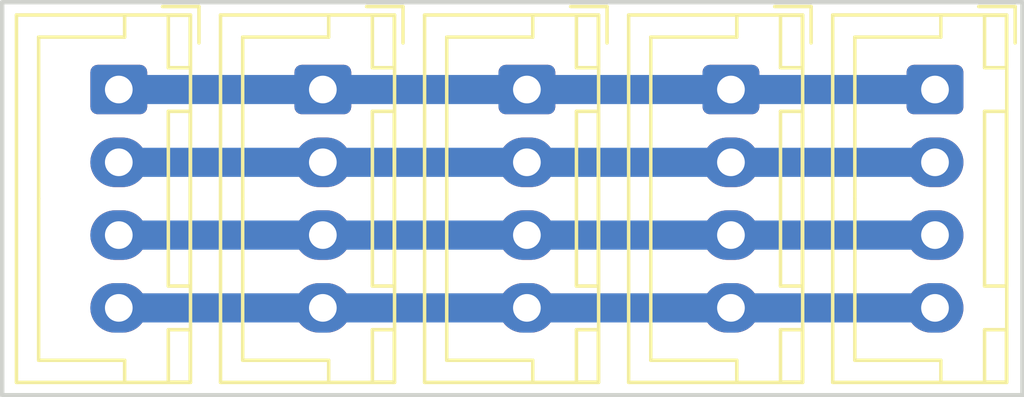
<source format=kicad_pcb>
(kicad_pcb (version 20171130) (host pcbnew "(5.1.9)-1")

  (general
    (thickness 1.6)
    (drawings 4)
    (tracks 13)
    (zones 0)
    (modules 5)
    (nets 5)
  )

  (page A4)
  (layers
    (0 F.Cu signal)
    (31 B.Cu signal)
    (32 B.Adhes user)
    (33 F.Adhes user)
    (34 B.Paste user)
    (35 F.Paste user)
    (36 B.SilkS user)
    (37 F.SilkS user)
    (38 B.Mask user)
    (39 F.Mask user)
    (40 Dwgs.User user)
    (41 Cmts.User user)
    (42 Eco1.User user)
    (43 Eco2.User user)
    (44 Edge.Cuts user)
    (45 Margin user)
    (46 B.CrtYd user)
    (47 F.CrtYd user)
    (48 B.Fab user hide)
    (49 F.Fab user hide)
  )

  (setup
    (last_trace_width 0.5)
    (trace_clearance 0.2)
    (zone_clearance 0.508)
    (zone_45_only no)
    (trace_min 0.2)
    (via_size 1)
    (via_drill 0.6)
    (via_min_size 0.4)
    (via_min_drill 0.3)
    (uvia_size 0.3)
    (uvia_drill 0.1)
    (uvias_allowed no)
    (uvia_min_size 0.2)
    (uvia_min_drill 0.1)
    (edge_width 0.05)
    (segment_width 0.2)
    (pcb_text_width 0.3)
    (pcb_text_size 1.5 1.5)
    (mod_edge_width 0.12)
    (mod_text_size 1 1)
    (mod_text_width 0.15)
    (pad_size 8.5 8.5)
    (pad_drill 4.3)
    (pad_to_mask_clearance 0.05)
    (aux_axis_origin 0 0)
    (visible_elements 7FFFFF7F)
    (pcbplotparams
      (layerselection 0x310fc_ffffffff)
      (usegerberextensions false)
      (usegerberattributes true)
      (usegerberadvancedattributes true)
      (creategerberjobfile true)
      (excludeedgelayer false)
      (linewidth 0.100000)
      (plotframeref false)
      (viasonmask false)
      (mode 1)
      (useauxorigin true)
      (hpglpennumber 1)
      (hpglpenspeed 20)
      (hpglpendiameter 15.000000)
      (psnegative false)
      (psa4output false)
      (plotreference true)
      (plotvalue true)
      (plotinvisibletext false)
      (padsonsilk true)
      (subtractmaskfromsilk false)
      (outputformat 1)
      (mirror false)
      (drillshape 0)
      (scaleselection 1)
      (outputdirectory "gerbers/"))
  )

  (net 0 "")
  (net 1 pin1)
  (net 2 pin2)
  (net 3 pin3)
  (net 4 pin4)

  (net_class Default "This is the default net class."
    (clearance 0.2)
    (trace_width 0.5)
    (via_dia 1)
    (via_drill 0.6)
    (uvia_dia 0.3)
    (uvia_drill 0.1)
  )

  (net_class fin ""
    (clearance 0.2)
    (trace_width 0.3)
    (via_dia 1)
    (via_drill 0.6)
    (uvia_dia 0.3)
    (uvia_drill 0.1)
  )

  (net_class gros ""
    (clearance 0.2)
    (trace_width 1)
    (via_dia 1)
    (via_drill 0.6)
    (uvia_dia 0.3)
    (uvia_drill 0.1)
    (add_net pin1)
    (add_net pin2)
    (add_net pin3)
    (add_net pin4)
  )

  (module Connector_JST:JST_XH_B4B-XH-A_1x04_P2.50mm_Vertical (layer F.Cu) (tedit 5C28146C) (tstamp 60C2362E)
    (at 149 125 270)
    (descr "JST XH series connector, B4B-XH-A (http://www.jst-mfg.com/product/pdf/eng/eXH.pdf), generated with kicad-footprint-generator")
    (tags "connector JST XH vertical")
    (path /5FC6D1B4/60C1DCDF)
    (fp_text reference J1 (at 3.75 -3.55 90) (layer F.SilkS) hide
      (effects (font (size 1 1) (thickness 0.15)))
    )
    (fp_text value Conn_01x04 (at 3.75 4.6 90) (layer F.Fab)
      (effects (font (size 1 1) (thickness 0.15)))
    )
    (fp_line (start -2.85 -2.75) (end -2.85 -1.5) (layer F.SilkS) (width 0.12))
    (fp_line (start -1.6 -2.75) (end -2.85 -2.75) (layer F.SilkS) (width 0.12))
    (fp_line (start 9.3 2.75) (end 3.75 2.75) (layer F.SilkS) (width 0.12))
    (fp_line (start 9.3 -0.2) (end 9.3 2.75) (layer F.SilkS) (width 0.12))
    (fp_line (start 10.05 -0.2) (end 9.3 -0.2) (layer F.SilkS) (width 0.12))
    (fp_line (start -1.8 2.75) (end 3.75 2.75) (layer F.SilkS) (width 0.12))
    (fp_line (start -1.8 -0.2) (end -1.8 2.75) (layer F.SilkS) (width 0.12))
    (fp_line (start -2.55 -0.2) (end -1.8 -0.2) (layer F.SilkS) (width 0.12))
    (fp_line (start 10.05 -2.45) (end 8.25 -2.45) (layer F.SilkS) (width 0.12))
    (fp_line (start 10.05 -1.7) (end 10.05 -2.45) (layer F.SilkS) (width 0.12))
    (fp_line (start 8.25 -1.7) (end 10.05 -1.7) (layer F.SilkS) (width 0.12))
    (fp_line (start 8.25 -2.45) (end 8.25 -1.7) (layer F.SilkS) (width 0.12))
    (fp_line (start -0.75 -2.45) (end -2.55 -2.45) (layer F.SilkS) (width 0.12))
    (fp_line (start -0.75 -1.7) (end -0.75 -2.45) (layer F.SilkS) (width 0.12))
    (fp_line (start -2.55 -1.7) (end -0.75 -1.7) (layer F.SilkS) (width 0.12))
    (fp_line (start -2.55 -2.45) (end -2.55 -1.7) (layer F.SilkS) (width 0.12))
    (fp_line (start 6.75 -2.45) (end 0.75 -2.45) (layer F.SilkS) (width 0.12))
    (fp_line (start 6.75 -1.7) (end 6.75 -2.45) (layer F.SilkS) (width 0.12))
    (fp_line (start 0.75 -1.7) (end 6.75 -1.7) (layer F.SilkS) (width 0.12))
    (fp_line (start 0.75 -2.45) (end 0.75 -1.7) (layer F.SilkS) (width 0.12))
    (fp_line (start 0 -1.35) (end 0.625 -2.35) (layer F.Fab) (width 0.1))
    (fp_line (start -0.625 -2.35) (end 0 -1.35) (layer F.Fab) (width 0.1))
    (fp_line (start 10.45 -2.85) (end -2.95 -2.85) (layer F.CrtYd) (width 0.05))
    (fp_line (start 10.45 3.9) (end 10.45 -2.85) (layer F.CrtYd) (width 0.05))
    (fp_line (start -2.95 3.9) (end 10.45 3.9) (layer F.CrtYd) (width 0.05))
    (fp_line (start -2.95 -2.85) (end -2.95 3.9) (layer F.CrtYd) (width 0.05))
    (fp_line (start 10.06 -2.46) (end -2.56 -2.46) (layer F.SilkS) (width 0.12))
    (fp_line (start 10.06 3.51) (end 10.06 -2.46) (layer F.SilkS) (width 0.12))
    (fp_line (start -2.56 3.51) (end 10.06 3.51) (layer F.SilkS) (width 0.12))
    (fp_line (start -2.56 -2.46) (end -2.56 3.51) (layer F.SilkS) (width 0.12))
    (fp_line (start 9.95 -2.35) (end -2.45 -2.35) (layer F.Fab) (width 0.1))
    (fp_line (start 9.95 3.4) (end 9.95 -2.35) (layer F.Fab) (width 0.1))
    (fp_line (start -2.45 3.4) (end 9.95 3.4) (layer F.Fab) (width 0.1))
    (fp_line (start -2.45 -2.35) (end -2.45 3.4) (layer F.Fab) (width 0.1))
    (fp_text user %R (at 3.75 2.7 90) (layer F.Fab)
      (effects (font (size 1 1) (thickness 0.15)))
    )
    (pad 1 thru_hole roundrect (at 0 0 270) (size 1.7 1.95) (drill 0.95) (layers *.Cu *.Mask) (roundrect_rratio 0.147059)
      (net 1 pin1))
    (pad 2 thru_hole oval (at 2.5 0 270) (size 1.7 1.95) (drill 0.95) (layers *.Cu *.Mask)
      (net 2 pin2))
    (pad 3 thru_hole oval (at 5 0 270) (size 1.7 1.95) (drill 0.95) (layers *.Cu *.Mask)
      (net 3 pin3))
    (pad 4 thru_hole oval (at 7.5 0 270) (size 1.7 1.95) (drill 0.95) (layers *.Cu *.Mask)
      (net 4 pin4))
    (model ${KISYS3DMOD}/Connector_JST.3dshapes/JST_XH_B4B-XH-A_1x04_P2.50mm_Vertical.wrl
      (at (xyz 0 0 0))
      (scale (xyz 1 1 1))
      (rotate (xyz 0 0 0))
    )
  )

  (module Connector_JST:JST_XH_B4B-XH-A_1x04_P2.50mm_Vertical (layer F.Cu) (tedit 5C28146C) (tstamp 60C23659)
    (at 156 125 270)
    (descr "JST XH series connector, B4B-XH-A (http://www.jst-mfg.com/product/pdf/eng/eXH.pdf), generated with kicad-footprint-generator")
    (tags "connector JST XH vertical")
    (path /5FC6D1B4/60C2103F)
    (fp_text reference J2 (at 3.75 -3.55 90) (layer F.SilkS) hide
      (effects (font (size 1 1) (thickness 0.15)))
    )
    (fp_text value Conn_01x04 (at 3.75 4.6 90) (layer F.Fab)
      (effects (font (size 1 1) (thickness 0.15)))
    )
    (fp_text user %R (at 3.75 2.7 90) (layer F.Fab)
      (effects (font (size 1 1) (thickness 0.15)))
    )
    (fp_line (start -2.45 -2.35) (end -2.45 3.4) (layer F.Fab) (width 0.1))
    (fp_line (start -2.45 3.4) (end 9.95 3.4) (layer F.Fab) (width 0.1))
    (fp_line (start 9.95 3.4) (end 9.95 -2.35) (layer F.Fab) (width 0.1))
    (fp_line (start 9.95 -2.35) (end -2.45 -2.35) (layer F.Fab) (width 0.1))
    (fp_line (start -2.56 -2.46) (end -2.56 3.51) (layer F.SilkS) (width 0.12))
    (fp_line (start -2.56 3.51) (end 10.06 3.51) (layer F.SilkS) (width 0.12))
    (fp_line (start 10.06 3.51) (end 10.06 -2.46) (layer F.SilkS) (width 0.12))
    (fp_line (start 10.06 -2.46) (end -2.56 -2.46) (layer F.SilkS) (width 0.12))
    (fp_line (start -2.95 -2.85) (end -2.95 3.9) (layer F.CrtYd) (width 0.05))
    (fp_line (start -2.95 3.9) (end 10.45 3.9) (layer F.CrtYd) (width 0.05))
    (fp_line (start 10.45 3.9) (end 10.45 -2.85) (layer F.CrtYd) (width 0.05))
    (fp_line (start 10.45 -2.85) (end -2.95 -2.85) (layer F.CrtYd) (width 0.05))
    (fp_line (start -0.625 -2.35) (end 0 -1.35) (layer F.Fab) (width 0.1))
    (fp_line (start 0 -1.35) (end 0.625 -2.35) (layer F.Fab) (width 0.1))
    (fp_line (start 0.75 -2.45) (end 0.75 -1.7) (layer F.SilkS) (width 0.12))
    (fp_line (start 0.75 -1.7) (end 6.75 -1.7) (layer F.SilkS) (width 0.12))
    (fp_line (start 6.75 -1.7) (end 6.75 -2.45) (layer F.SilkS) (width 0.12))
    (fp_line (start 6.75 -2.45) (end 0.75 -2.45) (layer F.SilkS) (width 0.12))
    (fp_line (start -2.55 -2.45) (end -2.55 -1.7) (layer F.SilkS) (width 0.12))
    (fp_line (start -2.55 -1.7) (end -0.75 -1.7) (layer F.SilkS) (width 0.12))
    (fp_line (start -0.75 -1.7) (end -0.75 -2.45) (layer F.SilkS) (width 0.12))
    (fp_line (start -0.75 -2.45) (end -2.55 -2.45) (layer F.SilkS) (width 0.12))
    (fp_line (start 8.25 -2.45) (end 8.25 -1.7) (layer F.SilkS) (width 0.12))
    (fp_line (start 8.25 -1.7) (end 10.05 -1.7) (layer F.SilkS) (width 0.12))
    (fp_line (start 10.05 -1.7) (end 10.05 -2.45) (layer F.SilkS) (width 0.12))
    (fp_line (start 10.05 -2.45) (end 8.25 -2.45) (layer F.SilkS) (width 0.12))
    (fp_line (start -2.55 -0.2) (end -1.8 -0.2) (layer F.SilkS) (width 0.12))
    (fp_line (start -1.8 -0.2) (end -1.8 2.75) (layer F.SilkS) (width 0.12))
    (fp_line (start -1.8 2.75) (end 3.75 2.75) (layer F.SilkS) (width 0.12))
    (fp_line (start 10.05 -0.2) (end 9.3 -0.2) (layer F.SilkS) (width 0.12))
    (fp_line (start 9.3 -0.2) (end 9.3 2.75) (layer F.SilkS) (width 0.12))
    (fp_line (start 9.3 2.75) (end 3.75 2.75) (layer F.SilkS) (width 0.12))
    (fp_line (start -1.6 -2.75) (end -2.85 -2.75) (layer F.SilkS) (width 0.12))
    (fp_line (start -2.85 -2.75) (end -2.85 -1.5) (layer F.SilkS) (width 0.12))
    (pad 4 thru_hole oval (at 7.5 0 270) (size 1.7 1.95) (drill 0.95) (layers *.Cu *.Mask)
      (net 4 pin4))
    (pad 3 thru_hole oval (at 5 0 270) (size 1.7 1.95) (drill 0.95) (layers *.Cu *.Mask)
      (net 3 pin3))
    (pad 2 thru_hole oval (at 2.5 0 270) (size 1.7 1.95) (drill 0.95) (layers *.Cu *.Mask)
      (net 2 pin2))
    (pad 1 thru_hole roundrect (at 0 0 270) (size 1.7 1.95) (drill 0.95) (layers *.Cu *.Mask) (roundrect_rratio 0.147059)
      (net 1 pin1))
    (model ${KISYS3DMOD}/Connector_JST.3dshapes/JST_XH_B4B-XH-A_1x04_P2.50mm_Vertical.wrl
      (at (xyz 0 0 0))
      (scale (xyz 1 1 1))
      (rotate (xyz 0 0 0))
    )
  )

  (module Connector_JST:JST_XH_B4B-XH-A_1x04_P2.50mm_Vertical (layer F.Cu) (tedit 5C28146C) (tstamp 60C23684)
    (at 170 125 270)
    (descr "JST XH series connector, B4B-XH-A (http://www.jst-mfg.com/product/pdf/eng/eXH.pdf), generated with kicad-footprint-generator")
    (tags "connector JST XH vertical")
    (path /5FC6D1B4/60C21F7C)
    (fp_text reference J3 (at 3.75 -3.55 90) (layer F.SilkS) hide
      (effects (font (size 1 1) (thickness 0.15)))
    )
    (fp_text value Conn_01x04 (at 3.75 4.6 90) (layer F.Fab)
      (effects (font (size 1 1) (thickness 0.15)))
    )
    (fp_line (start -2.85 -2.75) (end -2.85 -1.5) (layer F.SilkS) (width 0.12))
    (fp_line (start -1.6 -2.75) (end -2.85 -2.75) (layer F.SilkS) (width 0.12))
    (fp_line (start 9.3 2.75) (end 3.75 2.75) (layer F.SilkS) (width 0.12))
    (fp_line (start 9.3 -0.2) (end 9.3 2.75) (layer F.SilkS) (width 0.12))
    (fp_line (start 10.05 -0.2) (end 9.3 -0.2) (layer F.SilkS) (width 0.12))
    (fp_line (start -1.8 2.75) (end 3.75 2.75) (layer F.SilkS) (width 0.12))
    (fp_line (start -1.8 -0.2) (end -1.8 2.75) (layer F.SilkS) (width 0.12))
    (fp_line (start -2.55 -0.2) (end -1.8 -0.2) (layer F.SilkS) (width 0.12))
    (fp_line (start 10.05 -2.45) (end 8.25 -2.45) (layer F.SilkS) (width 0.12))
    (fp_line (start 10.05 -1.7) (end 10.05 -2.45) (layer F.SilkS) (width 0.12))
    (fp_line (start 8.25 -1.7) (end 10.05 -1.7) (layer F.SilkS) (width 0.12))
    (fp_line (start 8.25 -2.45) (end 8.25 -1.7) (layer F.SilkS) (width 0.12))
    (fp_line (start -0.75 -2.45) (end -2.55 -2.45) (layer F.SilkS) (width 0.12))
    (fp_line (start -0.75 -1.7) (end -0.75 -2.45) (layer F.SilkS) (width 0.12))
    (fp_line (start -2.55 -1.7) (end -0.75 -1.7) (layer F.SilkS) (width 0.12))
    (fp_line (start -2.55 -2.45) (end -2.55 -1.7) (layer F.SilkS) (width 0.12))
    (fp_line (start 6.75 -2.45) (end 0.75 -2.45) (layer F.SilkS) (width 0.12))
    (fp_line (start 6.75 -1.7) (end 6.75 -2.45) (layer F.SilkS) (width 0.12))
    (fp_line (start 0.75 -1.7) (end 6.75 -1.7) (layer F.SilkS) (width 0.12))
    (fp_line (start 0.75 -2.45) (end 0.75 -1.7) (layer F.SilkS) (width 0.12))
    (fp_line (start 0 -1.35) (end 0.625 -2.35) (layer F.Fab) (width 0.1))
    (fp_line (start -0.625 -2.35) (end 0 -1.35) (layer F.Fab) (width 0.1))
    (fp_line (start 10.45 -2.85) (end -2.95 -2.85) (layer F.CrtYd) (width 0.05))
    (fp_line (start 10.45 3.9) (end 10.45 -2.85) (layer F.CrtYd) (width 0.05))
    (fp_line (start -2.95 3.9) (end 10.45 3.9) (layer F.CrtYd) (width 0.05))
    (fp_line (start -2.95 -2.85) (end -2.95 3.9) (layer F.CrtYd) (width 0.05))
    (fp_line (start 10.06 -2.46) (end -2.56 -2.46) (layer F.SilkS) (width 0.12))
    (fp_line (start 10.06 3.51) (end 10.06 -2.46) (layer F.SilkS) (width 0.12))
    (fp_line (start -2.56 3.51) (end 10.06 3.51) (layer F.SilkS) (width 0.12))
    (fp_line (start -2.56 -2.46) (end -2.56 3.51) (layer F.SilkS) (width 0.12))
    (fp_line (start 9.95 -2.35) (end -2.45 -2.35) (layer F.Fab) (width 0.1))
    (fp_line (start 9.95 3.4) (end 9.95 -2.35) (layer F.Fab) (width 0.1))
    (fp_line (start -2.45 3.4) (end 9.95 3.4) (layer F.Fab) (width 0.1))
    (fp_line (start -2.45 -2.35) (end -2.45 3.4) (layer F.Fab) (width 0.1))
    (fp_text user %R (at 3.75 2.7 90) (layer F.Fab)
      (effects (font (size 1 1) (thickness 0.15)))
    )
    (pad 1 thru_hole roundrect (at 0 0 270) (size 1.7 1.95) (drill 0.95) (layers *.Cu *.Mask) (roundrect_rratio 0.147059)
      (net 1 pin1))
    (pad 2 thru_hole oval (at 2.5 0 270) (size 1.7 1.95) (drill 0.95) (layers *.Cu *.Mask)
      (net 2 pin2))
    (pad 3 thru_hole oval (at 5 0 270) (size 1.7 1.95) (drill 0.95) (layers *.Cu *.Mask)
      (net 3 pin3))
    (pad 4 thru_hole oval (at 7.5 0 270) (size 1.7 1.95) (drill 0.95) (layers *.Cu *.Mask)
      (net 4 pin4))
    (model ${KISYS3DMOD}/Connector_JST.3dshapes/JST_XH_B4B-XH-A_1x04_P2.50mm_Vertical.wrl
      (at (xyz 0 0 0))
      (scale (xyz 1 1 1))
      (rotate (xyz 0 0 0))
    )
  )

  (module Connector_JST:JST_XH_B4B-XH-A_1x04_P2.50mm_Vertical (layer F.Cu) (tedit 5C28146C) (tstamp 60C236AF)
    (at 163 125 270)
    (descr "JST XH series connector, B4B-XH-A (http://www.jst-mfg.com/product/pdf/eng/eXH.pdf), generated with kicad-footprint-generator")
    (tags "connector JST XH vertical")
    (path /5FC6D1B4/60C22C5E)
    (fp_text reference J4 (at 3.75 -3.55 90) (layer F.SilkS) hide
      (effects (font (size 1 1) (thickness 0.15)))
    )
    (fp_text value Conn_01x04 (at 3.75 4.6 90) (layer F.Fab)
      (effects (font (size 1 1) (thickness 0.15)))
    )
    (fp_text user %R (at 3.75 2.7 90) (layer F.Fab)
      (effects (font (size 1 1) (thickness 0.15)))
    )
    (fp_line (start -2.45 -2.35) (end -2.45 3.4) (layer F.Fab) (width 0.1))
    (fp_line (start -2.45 3.4) (end 9.95 3.4) (layer F.Fab) (width 0.1))
    (fp_line (start 9.95 3.4) (end 9.95 -2.35) (layer F.Fab) (width 0.1))
    (fp_line (start 9.95 -2.35) (end -2.45 -2.35) (layer F.Fab) (width 0.1))
    (fp_line (start -2.56 -2.46) (end -2.56 3.51) (layer F.SilkS) (width 0.12))
    (fp_line (start -2.56 3.51) (end 10.06 3.51) (layer F.SilkS) (width 0.12))
    (fp_line (start 10.06 3.51) (end 10.06 -2.46) (layer F.SilkS) (width 0.12))
    (fp_line (start 10.06 -2.46) (end -2.56 -2.46) (layer F.SilkS) (width 0.12))
    (fp_line (start -2.95 -2.85) (end -2.95 3.9) (layer F.CrtYd) (width 0.05))
    (fp_line (start -2.95 3.9) (end 10.45 3.9) (layer F.CrtYd) (width 0.05))
    (fp_line (start 10.45 3.9) (end 10.45 -2.85) (layer F.CrtYd) (width 0.05))
    (fp_line (start 10.45 -2.85) (end -2.95 -2.85) (layer F.CrtYd) (width 0.05))
    (fp_line (start -0.625 -2.35) (end 0 -1.35) (layer F.Fab) (width 0.1))
    (fp_line (start 0 -1.35) (end 0.625 -2.35) (layer F.Fab) (width 0.1))
    (fp_line (start 0.75 -2.45) (end 0.75 -1.7) (layer F.SilkS) (width 0.12))
    (fp_line (start 0.75 -1.7) (end 6.75 -1.7) (layer F.SilkS) (width 0.12))
    (fp_line (start 6.75 -1.7) (end 6.75 -2.45) (layer F.SilkS) (width 0.12))
    (fp_line (start 6.75 -2.45) (end 0.75 -2.45) (layer F.SilkS) (width 0.12))
    (fp_line (start -2.55 -2.45) (end -2.55 -1.7) (layer F.SilkS) (width 0.12))
    (fp_line (start -2.55 -1.7) (end -0.75 -1.7) (layer F.SilkS) (width 0.12))
    (fp_line (start -0.75 -1.7) (end -0.75 -2.45) (layer F.SilkS) (width 0.12))
    (fp_line (start -0.75 -2.45) (end -2.55 -2.45) (layer F.SilkS) (width 0.12))
    (fp_line (start 8.25 -2.45) (end 8.25 -1.7) (layer F.SilkS) (width 0.12))
    (fp_line (start 8.25 -1.7) (end 10.05 -1.7) (layer F.SilkS) (width 0.12))
    (fp_line (start 10.05 -1.7) (end 10.05 -2.45) (layer F.SilkS) (width 0.12))
    (fp_line (start 10.05 -2.45) (end 8.25 -2.45) (layer F.SilkS) (width 0.12))
    (fp_line (start -2.55 -0.2) (end -1.8 -0.2) (layer F.SilkS) (width 0.12))
    (fp_line (start -1.8 -0.2) (end -1.8 2.75) (layer F.SilkS) (width 0.12))
    (fp_line (start -1.8 2.75) (end 3.75 2.75) (layer F.SilkS) (width 0.12))
    (fp_line (start 10.05 -0.2) (end 9.3 -0.2) (layer F.SilkS) (width 0.12))
    (fp_line (start 9.3 -0.2) (end 9.3 2.75) (layer F.SilkS) (width 0.12))
    (fp_line (start 9.3 2.75) (end 3.75 2.75) (layer F.SilkS) (width 0.12))
    (fp_line (start -1.6 -2.75) (end -2.85 -2.75) (layer F.SilkS) (width 0.12))
    (fp_line (start -2.85 -2.75) (end -2.85 -1.5) (layer F.SilkS) (width 0.12))
    (pad 4 thru_hole oval (at 7.5 0 270) (size 1.7 1.95) (drill 0.95) (layers *.Cu *.Mask)
      (net 4 pin4))
    (pad 3 thru_hole oval (at 5 0 270) (size 1.7 1.95) (drill 0.95) (layers *.Cu *.Mask)
      (net 3 pin3))
    (pad 2 thru_hole oval (at 2.5 0 270) (size 1.7 1.95) (drill 0.95) (layers *.Cu *.Mask)
      (net 2 pin2))
    (pad 1 thru_hole roundrect (at 0 0 270) (size 1.7 1.95) (drill 0.95) (layers *.Cu *.Mask) (roundrect_rratio 0.147059)
      (net 1 pin1))
    (model ${KISYS3DMOD}/Connector_JST.3dshapes/JST_XH_B4B-XH-A_1x04_P2.50mm_Vertical.wrl
      (at (xyz 0 0 0))
      (scale (xyz 1 1 1))
      (rotate (xyz 0 0 0))
    )
  )

  (module Connector_JST:JST_XH_B4B-XH-A_1x04_P2.50mm_Vertical (layer F.Cu) (tedit 5C28146C) (tstamp 60C236DA)
    (at 177 125 270)
    (descr "JST XH series connector, B4B-XH-A (http://www.jst-mfg.com/product/pdf/eng/eXH.pdf), generated with kicad-footprint-generator")
    (tags "connector JST XH vertical")
    (path /5FC6D1B4/60C23BE8)
    (fp_text reference J5 (at 3.75 -3.55 90) (layer F.SilkS) hide
      (effects (font (size 1 1) (thickness 0.15)))
    )
    (fp_text value Conn_01x04 (at 3.75 4.6 90) (layer F.Fab)
      (effects (font (size 1 1) (thickness 0.15)))
    )
    (fp_line (start -2.85 -2.75) (end -2.85 -1.5) (layer F.SilkS) (width 0.12))
    (fp_line (start -1.6 -2.75) (end -2.85 -2.75) (layer F.SilkS) (width 0.12))
    (fp_line (start 9.3 2.75) (end 3.75 2.75) (layer F.SilkS) (width 0.12))
    (fp_line (start 9.3 -0.2) (end 9.3 2.75) (layer F.SilkS) (width 0.12))
    (fp_line (start 10.05 -0.2) (end 9.3 -0.2) (layer F.SilkS) (width 0.12))
    (fp_line (start -1.8 2.75) (end 3.75 2.75) (layer F.SilkS) (width 0.12))
    (fp_line (start -1.8 -0.2) (end -1.8 2.75) (layer F.SilkS) (width 0.12))
    (fp_line (start -2.55 -0.2) (end -1.8 -0.2) (layer F.SilkS) (width 0.12))
    (fp_line (start 10.05 -2.45) (end 8.25 -2.45) (layer F.SilkS) (width 0.12))
    (fp_line (start 10.05 -1.7) (end 10.05 -2.45) (layer F.SilkS) (width 0.12))
    (fp_line (start 8.25 -1.7) (end 10.05 -1.7) (layer F.SilkS) (width 0.12))
    (fp_line (start 8.25 -2.45) (end 8.25 -1.7) (layer F.SilkS) (width 0.12))
    (fp_line (start -0.75 -2.45) (end -2.55 -2.45) (layer F.SilkS) (width 0.12))
    (fp_line (start -0.75 -1.7) (end -0.75 -2.45) (layer F.SilkS) (width 0.12))
    (fp_line (start -2.55 -1.7) (end -0.75 -1.7) (layer F.SilkS) (width 0.12))
    (fp_line (start -2.55 -2.45) (end -2.55 -1.7) (layer F.SilkS) (width 0.12))
    (fp_line (start 6.75 -2.45) (end 0.75 -2.45) (layer F.SilkS) (width 0.12))
    (fp_line (start 6.75 -1.7) (end 6.75 -2.45) (layer F.SilkS) (width 0.12))
    (fp_line (start 0.75 -1.7) (end 6.75 -1.7) (layer F.SilkS) (width 0.12))
    (fp_line (start 0.75 -2.45) (end 0.75 -1.7) (layer F.SilkS) (width 0.12))
    (fp_line (start 0 -1.35) (end 0.625 -2.35) (layer F.Fab) (width 0.1))
    (fp_line (start -0.625 -2.35) (end 0 -1.35) (layer F.Fab) (width 0.1))
    (fp_line (start 10.45 -2.85) (end -2.95 -2.85) (layer F.CrtYd) (width 0.05))
    (fp_line (start 10.45 3.9) (end 10.45 -2.85) (layer F.CrtYd) (width 0.05))
    (fp_line (start -2.95 3.9) (end 10.45 3.9) (layer F.CrtYd) (width 0.05))
    (fp_line (start -2.95 -2.85) (end -2.95 3.9) (layer F.CrtYd) (width 0.05))
    (fp_line (start 10.06 -2.46) (end -2.56 -2.46) (layer F.SilkS) (width 0.12))
    (fp_line (start 10.06 3.51) (end 10.06 -2.46) (layer F.SilkS) (width 0.12))
    (fp_line (start -2.56 3.51) (end 10.06 3.51) (layer F.SilkS) (width 0.12))
    (fp_line (start -2.56 -2.46) (end -2.56 3.51) (layer F.SilkS) (width 0.12))
    (fp_line (start 9.95 -2.35) (end -2.45 -2.35) (layer F.Fab) (width 0.1))
    (fp_line (start 9.95 3.4) (end 9.95 -2.35) (layer F.Fab) (width 0.1))
    (fp_line (start -2.45 3.4) (end 9.95 3.4) (layer F.Fab) (width 0.1))
    (fp_line (start -2.45 -2.35) (end -2.45 3.4) (layer F.Fab) (width 0.1))
    (fp_text user %R (at 3.75 2.7 90) (layer F.Fab)
      (effects (font (size 1 1) (thickness 0.15)))
    )
    (pad 1 thru_hole roundrect (at 0 0 270) (size 1.7 1.95) (drill 0.95) (layers *.Cu *.Mask) (roundrect_rratio 0.147059)
      (net 1 pin1))
    (pad 2 thru_hole oval (at 2.5 0 270) (size 1.7 1.95) (drill 0.95) (layers *.Cu *.Mask)
      (net 2 pin2))
    (pad 3 thru_hole oval (at 5 0 270) (size 1.7 1.95) (drill 0.95) (layers *.Cu *.Mask)
      (net 3 pin3))
    (pad 4 thru_hole oval (at 7.5 0 270) (size 1.7 1.95) (drill 0.95) (layers *.Cu *.Mask)
      (net 4 pin4))
    (model ${KISYS3DMOD}/Connector_JST.3dshapes/JST_XH_B4B-XH-A_1x04_P2.50mm_Vertical.wrl
      (at (xyz 0 0 0))
      (scale (xyz 1 1 1))
      (rotate (xyz 0 0 0))
    )
  )

  (gr_line (start 145 135.5) (end 145 122) (layer Edge.Cuts) (width 0.15))
  (gr_line (start 180 135.5) (end 145 135.5) (layer Edge.Cuts) (width 0.15))
  (gr_line (start 180 122) (end 180 135.5) (layer Edge.Cuts) (width 0.15))
  (gr_line (start 145 122) (end 180 122) (layer Edge.Cuts) (width 0.15))

  (segment (start 149 125) (end 156 125) (width 1) (layer B.Cu) (net 1))
  (segment (start 156 125) (end 163 125) (width 1) (layer B.Cu) (net 1))
  (segment (start 163 125) (end 170 125) (width 1) (layer B.Cu) (net 1))
  (segment (start 170 125) (end 177 125) (width 1) (layer B.Cu) (net 1))
  (segment (start 149 127.5) (end 156 127.5) (width 1) (layer B.Cu) (net 2))
  (segment (start 156 127.5) (end 163 127.5) (width 1) (layer B.Cu) (net 2))
  (segment (start 163 127.5) (end 170 127.5) (width 1) (layer B.Cu) (net 2))
  (segment (start 170 127.5) (end 177 127.5) (width 1) (layer B.Cu) (net 2))
  (segment (start 177 130) (end 170 130) (width 1) (layer B.Cu) (net 3))
  (segment (start 163 130) (end 170 130) (width 1) (layer B.Cu) (net 3))
  (segment (start 156 130) (end 163 130) (width 1) (layer B.Cu) (net 3))
  (segment (start 149 130) (end 156 130) (width 1) (layer B.Cu) (net 3))
  (segment (start 149 132.5) (end 177 132.5) (width 1) (layer B.Cu) (net 4))

)

</source>
